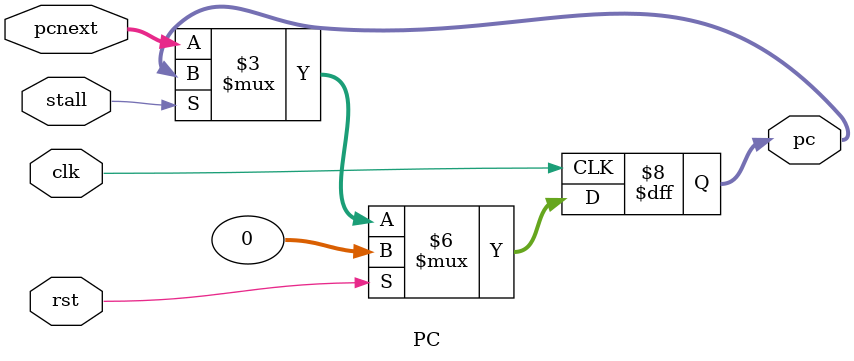
<source format=v>
`timescale 1ns / 1ps


module PC(
    input clk,
    input rst,
    input stall,
    input [31:0]pcnext,
    output reg [31:0]pc
    );
    always @(posedge clk)
    begin
        if(rst)
        pc<=0;
        else if(stall)
        pc<=pc;
        else pc<=pcnext;
    end
    
endmodule

</source>
